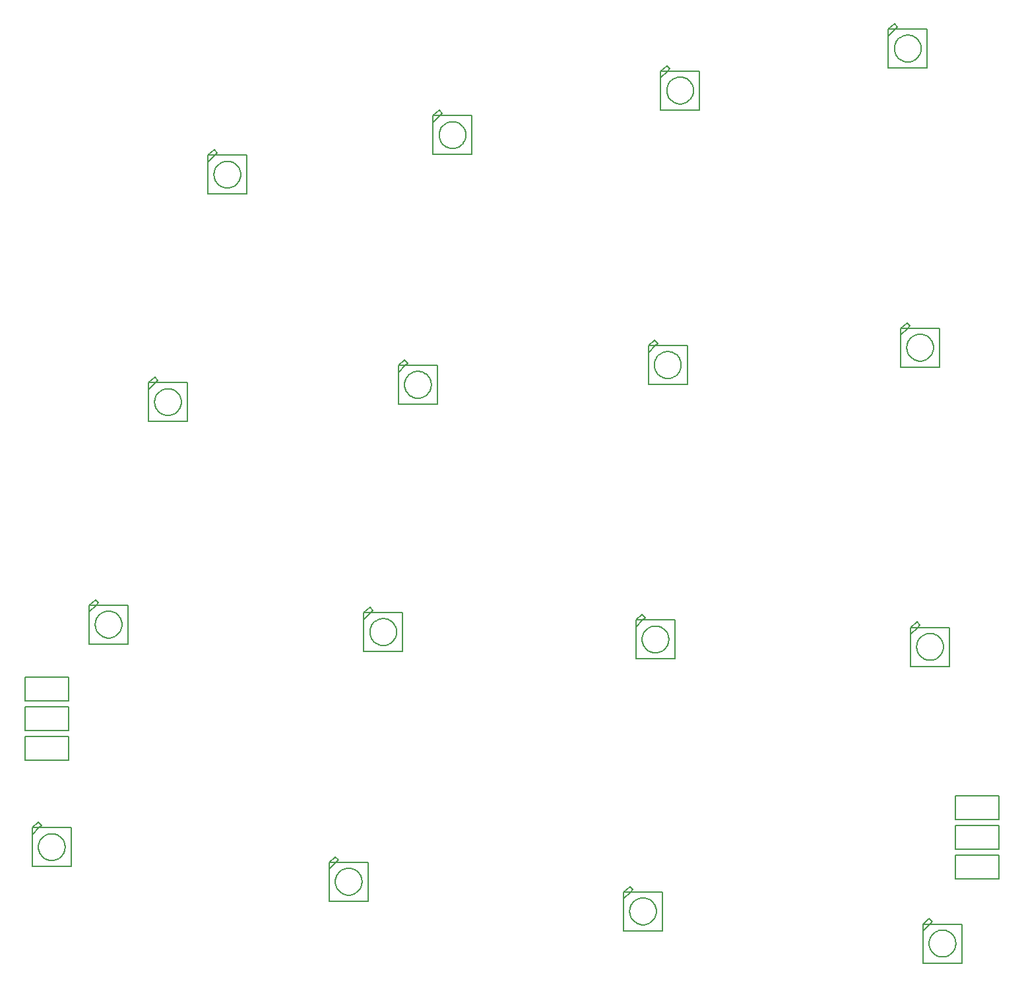
<source format=gto>
G75*
G70*
%OFA0B0*%
%FSLAX24Y24*%
%IPPOS*%
%LPD*%
%AMOC8*
5,1,8,0,0,1.08239X$1,22.5*
%
%ADD10C,0.0050*%
%ADD11C,0.0060*%
D10*
X021026Y019776D02*
X021026Y021390D01*
X021380Y021744D01*
X021498Y021862D01*
X021341Y022020D01*
X021026Y021744D01*
X021380Y021744D01*
X022994Y021744D01*
X022994Y019776D01*
X021026Y019776D01*
X021333Y020760D02*
X021335Y020812D01*
X021341Y020863D01*
X021351Y020914D01*
X021365Y020964D01*
X021382Y021013D01*
X021403Y021060D01*
X021428Y021106D01*
X021456Y021149D01*
X021488Y021191D01*
X021522Y021229D01*
X021560Y021265D01*
X021600Y021298D01*
X021642Y021328D01*
X021687Y021355D01*
X021733Y021378D01*
X021781Y021397D01*
X021831Y021413D01*
X021881Y021425D01*
X021932Y021433D01*
X021984Y021437D01*
X022036Y021437D01*
X022088Y021433D01*
X022139Y021425D01*
X022189Y021413D01*
X022239Y021397D01*
X022287Y021378D01*
X022333Y021355D01*
X022378Y021328D01*
X022420Y021298D01*
X022460Y021265D01*
X022498Y021229D01*
X022532Y021191D01*
X022564Y021149D01*
X022592Y021106D01*
X022617Y021060D01*
X022638Y021013D01*
X022655Y020964D01*
X022669Y020914D01*
X022679Y020863D01*
X022685Y020812D01*
X022687Y020760D01*
X022685Y020708D01*
X022679Y020657D01*
X022669Y020606D01*
X022655Y020556D01*
X022638Y020507D01*
X022617Y020460D01*
X022592Y020414D01*
X022564Y020371D01*
X022532Y020329D01*
X022498Y020291D01*
X022460Y020255D01*
X022420Y020222D01*
X022378Y020192D01*
X022333Y020165D01*
X022287Y020142D01*
X022239Y020123D01*
X022189Y020107D01*
X022139Y020095D01*
X022088Y020087D01*
X022036Y020083D01*
X021984Y020083D01*
X021932Y020087D01*
X021881Y020095D01*
X021831Y020107D01*
X021781Y020123D01*
X021733Y020142D01*
X021687Y020165D01*
X021642Y020192D01*
X021600Y020222D01*
X021560Y020255D01*
X021522Y020291D01*
X021488Y020329D01*
X021456Y020371D01*
X021428Y020414D01*
X021403Y020460D01*
X021382Y020507D01*
X021365Y020556D01*
X021351Y020606D01*
X021341Y020657D01*
X021335Y020708D01*
X021333Y020760D01*
X021026Y021390D02*
X021026Y021744D01*
X023901Y031026D02*
X023901Y032640D01*
X024255Y032994D01*
X024373Y033112D01*
X024216Y033270D01*
X023901Y032994D01*
X024255Y032994D01*
X025869Y032994D01*
X025869Y031026D01*
X023901Y031026D01*
X024208Y032010D02*
X024210Y032062D01*
X024216Y032113D01*
X024226Y032164D01*
X024240Y032214D01*
X024257Y032263D01*
X024278Y032310D01*
X024303Y032356D01*
X024331Y032399D01*
X024363Y032441D01*
X024397Y032479D01*
X024435Y032515D01*
X024475Y032548D01*
X024517Y032578D01*
X024562Y032605D01*
X024608Y032628D01*
X024656Y032647D01*
X024706Y032663D01*
X024756Y032675D01*
X024807Y032683D01*
X024859Y032687D01*
X024911Y032687D01*
X024963Y032683D01*
X025014Y032675D01*
X025064Y032663D01*
X025114Y032647D01*
X025162Y032628D01*
X025208Y032605D01*
X025253Y032578D01*
X025295Y032548D01*
X025335Y032515D01*
X025373Y032479D01*
X025407Y032441D01*
X025439Y032399D01*
X025467Y032356D01*
X025492Y032310D01*
X025513Y032263D01*
X025530Y032214D01*
X025544Y032164D01*
X025554Y032113D01*
X025560Y032062D01*
X025562Y032010D01*
X025560Y031958D01*
X025554Y031907D01*
X025544Y031856D01*
X025530Y031806D01*
X025513Y031757D01*
X025492Y031710D01*
X025467Y031664D01*
X025439Y031621D01*
X025407Y031579D01*
X025373Y031541D01*
X025335Y031505D01*
X025295Y031472D01*
X025253Y031442D01*
X025208Y031415D01*
X025162Y031392D01*
X025114Y031373D01*
X025064Y031357D01*
X025014Y031345D01*
X024963Y031337D01*
X024911Y031333D01*
X024859Y031333D01*
X024807Y031337D01*
X024756Y031345D01*
X024706Y031357D01*
X024656Y031373D01*
X024608Y031392D01*
X024562Y031415D01*
X024517Y031442D01*
X024475Y031472D01*
X024435Y031505D01*
X024397Y031541D01*
X024363Y031579D01*
X024331Y031621D01*
X024303Y031664D01*
X024278Y031710D01*
X024257Y031757D01*
X024240Y031806D01*
X024226Y031856D01*
X024216Y031907D01*
X024210Y031958D01*
X024208Y032010D01*
X023901Y032640D02*
X023901Y032994D01*
X026901Y042276D02*
X026901Y043890D01*
X027255Y044244D01*
X027373Y044362D01*
X027216Y044520D01*
X026901Y044244D01*
X027255Y044244D01*
X028869Y044244D01*
X028869Y042276D01*
X026901Y042276D01*
X027208Y043260D02*
X027210Y043312D01*
X027216Y043363D01*
X027226Y043414D01*
X027240Y043464D01*
X027257Y043513D01*
X027278Y043560D01*
X027303Y043606D01*
X027331Y043649D01*
X027363Y043691D01*
X027397Y043729D01*
X027435Y043765D01*
X027475Y043798D01*
X027517Y043828D01*
X027562Y043855D01*
X027608Y043878D01*
X027656Y043897D01*
X027706Y043913D01*
X027756Y043925D01*
X027807Y043933D01*
X027859Y043937D01*
X027911Y043937D01*
X027963Y043933D01*
X028014Y043925D01*
X028064Y043913D01*
X028114Y043897D01*
X028162Y043878D01*
X028208Y043855D01*
X028253Y043828D01*
X028295Y043798D01*
X028335Y043765D01*
X028373Y043729D01*
X028407Y043691D01*
X028439Y043649D01*
X028467Y043606D01*
X028492Y043560D01*
X028513Y043513D01*
X028530Y043464D01*
X028544Y043414D01*
X028554Y043363D01*
X028560Y043312D01*
X028562Y043260D01*
X028560Y043208D01*
X028554Y043157D01*
X028544Y043106D01*
X028530Y043056D01*
X028513Y043007D01*
X028492Y042960D01*
X028467Y042914D01*
X028439Y042871D01*
X028407Y042829D01*
X028373Y042791D01*
X028335Y042755D01*
X028295Y042722D01*
X028253Y042692D01*
X028208Y042665D01*
X028162Y042642D01*
X028114Y042623D01*
X028064Y042607D01*
X028014Y042595D01*
X027963Y042587D01*
X027911Y042583D01*
X027859Y042583D01*
X027807Y042587D01*
X027756Y042595D01*
X027706Y042607D01*
X027656Y042623D01*
X027608Y042642D01*
X027562Y042665D01*
X027517Y042692D01*
X027475Y042722D01*
X027435Y042755D01*
X027397Y042791D01*
X027363Y042829D01*
X027331Y042871D01*
X027303Y042914D01*
X027278Y042960D01*
X027257Y043007D01*
X027240Y043056D01*
X027226Y043106D01*
X027216Y043157D01*
X027210Y043208D01*
X027208Y043260D01*
X026901Y043890D02*
X026901Y044244D01*
X029901Y053776D02*
X029901Y055390D01*
X030255Y055744D01*
X030373Y055862D01*
X030216Y056020D01*
X029901Y055744D01*
X030255Y055744D01*
X031869Y055744D01*
X031869Y053776D01*
X029901Y053776D01*
X030208Y054760D02*
X030210Y054812D01*
X030216Y054863D01*
X030226Y054914D01*
X030240Y054964D01*
X030257Y055013D01*
X030278Y055060D01*
X030303Y055106D01*
X030331Y055149D01*
X030363Y055191D01*
X030397Y055229D01*
X030435Y055265D01*
X030475Y055298D01*
X030517Y055328D01*
X030562Y055355D01*
X030608Y055378D01*
X030656Y055397D01*
X030706Y055413D01*
X030756Y055425D01*
X030807Y055433D01*
X030859Y055437D01*
X030911Y055437D01*
X030963Y055433D01*
X031014Y055425D01*
X031064Y055413D01*
X031114Y055397D01*
X031162Y055378D01*
X031208Y055355D01*
X031253Y055328D01*
X031295Y055298D01*
X031335Y055265D01*
X031373Y055229D01*
X031407Y055191D01*
X031439Y055149D01*
X031467Y055106D01*
X031492Y055060D01*
X031513Y055013D01*
X031530Y054964D01*
X031544Y054914D01*
X031554Y054863D01*
X031560Y054812D01*
X031562Y054760D01*
X031560Y054708D01*
X031554Y054657D01*
X031544Y054606D01*
X031530Y054556D01*
X031513Y054507D01*
X031492Y054460D01*
X031467Y054414D01*
X031439Y054371D01*
X031407Y054329D01*
X031373Y054291D01*
X031335Y054255D01*
X031295Y054222D01*
X031253Y054192D01*
X031208Y054165D01*
X031162Y054142D01*
X031114Y054123D01*
X031064Y054107D01*
X031014Y054095D01*
X030963Y054087D01*
X030911Y054083D01*
X030859Y054083D01*
X030807Y054087D01*
X030756Y054095D01*
X030706Y054107D01*
X030656Y054123D01*
X030608Y054142D01*
X030562Y054165D01*
X030517Y054192D01*
X030475Y054222D01*
X030435Y054255D01*
X030397Y054291D01*
X030363Y054329D01*
X030331Y054371D01*
X030303Y054414D01*
X030278Y054460D01*
X030257Y054507D01*
X030240Y054556D01*
X030226Y054606D01*
X030216Y054657D01*
X030210Y054708D01*
X030208Y054760D01*
X029901Y055390D02*
X029901Y055744D01*
X041276Y055776D02*
X041276Y057390D01*
X041630Y057744D01*
X041748Y057862D01*
X041591Y058020D01*
X041276Y057744D01*
X041630Y057744D01*
X043244Y057744D01*
X043244Y055776D01*
X041276Y055776D01*
X041583Y056760D02*
X041585Y056812D01*
X041591Y056863D01*
X041601Y056914D01*
X041615Y056964D01*
X041632Y057013D01*
X041653Y057060D01*
X041678Y057106D01*
X041706Y057149D01*
X041738Y057191D01*
X041772Y057229D01*
X041810Y057265D01*
X041850Y057298D01*
X041892Y057328D01*
X041937Y057355D01*
X041983Y057378D01*
X042031Y057397D01*
X042081Y057413D01*
X042131Y057425D01*
X042182Y057433D01*
X042234Y057437D01*
X042286Y057437D01*
X042338Y057433D01*
X042389Y057425D01*
X042439Y057413D01*
X042489Y057397D01*
X042537Y057378D01*
X042583Y057355D01*
X042628Y057328D01*
X042670Y057298D01*
X042710Y057265D01*
X042748Y057229D01*
X042782Y057191D01*
X042814Y057149D01*
X042842Y057106D01*
X042867Y057060D01*
X042888Y057013D01*
X042905Y056964D01*
X042919Y056914D01*
X042929Y056863D01*
X042935Y056812D01*
X042937Y056760D01*
X042935Y056708D01*
X042929Y056657D01*
X042919Y056606D01*
X042905Y056556D01*
X042888Y056507D01*
X042867Y056460D01*
X042842Y056414D01*
X042814Y056371D01*
X042782Y056329D01*
X042748Y056291D01*
X042710Y056255D01*
X042670Y056222D01*
X042628Y056192D01*
X042583Y056165D01*
X042537Y056142D01*
X042489Y056123D01*
X042439Y056107D01*
X042389Y056095D01*
X042338Y056087D01*
X042286Y056083D01*
X042234Y056083D01*
X042182Y056087D01*
X042131Y056095D01*
X042081Y056107D01*
X042031Y056123D01*
X041983Y056142D01*
X041937Y056165D01*
X041892Y056192D01*
X041850Y056222D01*
X041810Y056255D01*
X041772Y056291D01*
X041738Y056329D01*
X041706Y056371D01*
X041678Y056414D01*
X041653Y056460D01*
X041632Y056507D01*
X041615Y056556D01*
X041601Y056606D01*
X041591Y056657D01*
X041585Y056708D01*
X041583Y056760D01*
X041276Y057390D02*
X041276Y057744D01*
X052776Y058026D02*
X052776Y059640D01*
X053130Y059994D01*
X053248Y060112D01*
X053091Y060270D01*
X052776Y059994D01*
X053130Y059994D01*
X054744Y059994D01*
X054744Y058026D01*
X052776Y058026D01*
X053083Y059010D02*
X053085Y059062D01*
X053091Y059113D01*
X053101Y059164D01*
X053115Y059214D01*
X053132Y059263D01*
X053153Y059310D01*
X053178Y059356D01*
X053206Y059399D01*
X053238Y059441D01*
X053272Y059479D01*
X053310Y059515D01*
X053350Y059548D01*
X053392Y059578D01*
X053437Y059605D01*
X053483Y059628D01*
X053531Y059647D01*
X053581Y059663D01*
X053631Y059675D01*
X053682Y059683D01*
X053734Y059687D01*
X053786Y059687D01*
X053838Y059683D01*
X053889Y059675D01*
X053939Y059663D01*
X053989Y059647D01*
X054037Y059628D01*
X054083Y059605D01*
X054128Y059578D01*
X054170Y059548D01*
X054210Y059515D01*
X054248Y059479D01*
X054282Y059441D01*
X054314Y059399D01*
X054342Y059356D01*
X054367Y059310D01*
X054388Y059263D01*
X054405Y059214D01*
X054419Y059164D01*
X054429Y059113D01*
X054435Y059062D01*
X054437Y059010D01*
X054435Y058958D01*
X054429Y058907D01*
X054419Y058856D01*
X054405Y058806D01*
X054388Y058757D01*
X054367Y058710D01*
X054342Y058664D01*
X054314Y058621D01*
X054282Y058579D01*
X054248Y058541D01*
X054210Y058505D01*
X054170Y058472D01*
X054128Y058442D01*
X054083Y058415D01*
X054037Y058392D01*
X053989Y058373D01*
X053939Y058357D01*
X053889Y058345D01*
X053838Y058337D01*
X053786Y058333D01*
X053734Y058333D01*
X053682Y058337D01*
X053631Y058345D01*
X053581Y058357D01*
X053531Y058373D01*
X053483Y058392D01*
X053437Y058415D01*
X053392Y058442D01*
X053350Y058472D01*
X053310Y058505D01*
X053272Y058541D01*
X053238Y058579D01*
X053206Y058621D01*
X053178Y058664D01*
X053153Y058710D01*
X053132Y058757D01*
X053115Y058806D01*
X053101Y058856D01*
X053091Y058907D01*
X053085Y058958D01*
X053083Y059010D01*
X052776Y059640D02*
X052776Y059994D01*
X064276Y060151D02*
X064276Y061765D01*
X064630Y062119D01*
X064748Y062237D01*
X064591Y062395D01*
X064276Y062119D01*
X064630Y062119D01*
X066244Y062119D01*
X066244Y060151D01*
X064276Y060151D01*
X064583Y061135D02*
X064585Y061187D01*
X064591Y061238D01*
X064601Y061289D01*
X064615Y061339D01*
X064632Y061388D01*
X064653Y061435D01*
X064678Y061481D01*
X064706Y061524D01*
X064738Y061566D01*
X064772Y061604D01*
X064810Y061640D01*
X064850Y061673D01*
X064892Y061703D01*
X064937Y061730D01*
X064983Y061753D01*
X065031Y061772D01*
X065081Y061788D01*
X065131Y061800D01*
X065182Y061808D01*
X065234Y061812D01*
X065286Y061812D01*
X065338Y061808D01*
X065389Y061800D01*
X065439Y061788D01*
X065489Y061772D01*
X065537Y061753D01*
X065583Y061730D01*
X065628Y061703D01*
X065670Y061673D01*
X065710Y061640D01*
X065748Y061604D01*
X065782Y061566D01*
X065814Y061524D01*
X065842Y061481D01*
X065867Y061435D01*
X065888Y061388D01*
X065905Y061339D01*
X065919Y061289D01*
X065929Y061238D01*
X065935Y061187D01*
X065937Y061135D01*
X065935Y061083D01*
X065929Y061032D01*
X065919Y060981D01*
X065905Y060931D01*
X065888Y060882D01*
X065867Y060835D01*
X065842Y060789D01*
X065814Y060746D01*
X065782Y060704D01*
X065748Y060666D01*
X065710Y060630D01*
X065670Y060597D01*
X065628Y060567D01*
X065583Y060540D01*
X065537Y060517D01*
X065489Y060498D01*
X065439Y060482D01*
X065389Y060470D01*
X065338Y060462D01*
X065286Y060458D01*
X065234Y060458D01*
X065182Y060462D01*
X065131Y060470D01*
X065081Y060482D01*
X065031Y060498D01*
X064983Y060517D01*
X064937Y060540D01*
X064892Y060567D01*
X064850Y060597D01*
X064810Y060630D01*
X064772Y060666D01*
X064738Y060704D01*
X064706Y060746D01*
X064678Y060789D01*
X064653Y060835D01*
X064632Y060882D01*
X064615Y060931D01*
X064601Y060981D01*
X064591Y061032D01*
X064585Y061083D01*
X064583Y061135D01*
X064276Y061765D02*
X064276Y062119D01*
X065216Y047270D02*
X064901Y046994D01*
X065255Y046994D01*
X065373Y047112D01*
X065216Y047270D01*
X065255Y046994D02*
X064901Y046640D01*
X064901Y046994D01*
X065255Y046994D02*
X066869Y046994D01*
X066869Y045026D01*
X064901Y045026D01*
X064901Y046640D01*
X065208Y046010D02*
X065210Y046062D01*
X065216Y046113D01*
X065226Y046164D01*
X065240Y046214D01*
X065257Y046263D01*
X065278Y046310D01*
X065303Y046356D01*
X065331Y046399D01*
X065363Y046441D01*
X065397Y046479D01*
X065435Y046515D01*
X065475Y046548D01*
X065517Y046578D01*
X065562Y046605D01*
X065608Y046628D01*
X065656Y046647D01*
X065706Y046663D01*
X065756Y046675D01*
X065807Y046683D01*
X065859Y046687D01*
X065911Y046687D01*
X065963Y046683D01*
X066014Y046675D01*
X066064Y046663D01*
X066114Y046647D01*
X066162Y046628D01*
X066208Y046605D01*
X066253Y046578D01*
X066295Y046548D01*
X066335Y046515D01*
X066373Y046479D01*
X066407Y046441D01*
X066439Y046399D01*
X066467Y046356D01*
X066492Y046310D01*
X066513Y046263D01*
X066530Y046214D01*
X066544Y046164D01*
X066554Y046113D01*
X066560Y046062D01*
X066562Y046010D01*
X066560Y045958D01*
X066554Y045907D01*
X066544Y045856D01*
X066530Y045806D01*
X066513Y045757D01*
X066492Y045710D01*
X066467Y045664D01*
X066439Y045621D01*
X066407Y045579D01*
X066373Y045541D01*
X066335Y045505D01*
X066295Y045472D01*
X066253Y045442D01*
X066208Y045415D01*
X066162Y045392D01*
X066114Y045373D01*
X066064Y045357D01*
X066014Y045345D01*
X065963Y045337D01*
X065911Y045333D01*
X065859Y045333D01*
X065807Y045337D01*
X065756Y045345D01*
X065706Y045357D01*
X065656Y045373D01*
X065608Y045392D01*
X065562Y045415D01*
X065517Y045442D01*
X065475Y045472D01*
X065435Y045505D01*
X065397Y045541D01*
X065363Y045579D01*
X065331Y045621D01*
X065303Y045664D01*
X065278Y045710D01*
X065257Y045757D01*
X065240Y045806D01*
X065226Y045856D01*
X065216Y045907D01*
X065210Y045958D01*
X065208Y046010D01*
X054119Y046119D02*
X054119Y044151D01*
X052151Y044151D01*
X052151Y045765D01*
X052505Y046119D01*
X052623Y046237D01*
X052466Y046395D01*
X052151Y046119D01*
X052505Y046119D01*
X054119Y046119D01*
X052458Y045135D02*
X052460Y045187D01*
X052466Y045238D01*
X052476Y045289D01*
X052490Y045339D01*
X052507Y045388D01*
X052528Y045435D01*
X052553Y045481D01*
X052581Y045524D01*
X052613Y045566D01*
X052647Y045604D01*
X052685Y045640D01*
X052725Y045673D01*
X052767Y045703D01*
X052812Y045730D01*
X052858Y045753D01*
X052906Y045772D01*
X052956Y045788D01*
X053006Y045800D01*
X053057Y045808D01*
X053109Y045812D01*
X053161Y045812D01*
X053213Y045808D01*
X053264Y045800D01*
X053314Y045788D01*
X053364Y045772D01*
X053412Y045753D01*
X053458Y045730D01*
X053503Y045703D01*
X053545Y045673D01*
X053585Y045640D01*
X053623Y045604D01*
X053657Y045566D01*
X053689Y045524D01*
X053717Y045481D01*
X053742Y045435D01*
X053763Y045388D01*
X053780Y045339D01*
X053794Y045289D01*
X053804Y045238D01*
X053810Y045187D01*
X053812Y045135D01*
X053810Y045083D01*
X053804Y045032D01*
X053794Y044981D01*
X053780Y044931D01*
X053763Y044882D01*
X053742Y044835D01*
X053717Y044789D01*
X053689Y044746D01*
X053657Y044704D01*
X053623Y044666D01*
X053585Y044630D01*
X053545Y044597D01*
X053503Y044567D01*
X053458Y044540D01*
X053412Y044517D01*
X053364Y044498D01*
X053314Y044482D01*
X053264Y044470D01*
X053213Y044462D01*
X053161Y044458D01*
X053109Y044458D01*
X053057Y044462D01*
X053006Y044470D01*
X052956Y044482D01*
X052906Y044498D01*
X052858Y044517D01*
X052812Y044540D01*
X052767Y044567D01*
X052725Y044597D01*
X052685Y044630D01*
X052647Y044666D01*
X052613Y044704D01*
X052581Y044746D01*
X052553Y044789D01*
X052528Y044835D01*
X052507Y044882D01*
X052490Y044931D01*
X052476Y044981D01*
X052466Y045032D01*
X052460Y045083D01*
X052458Y045135D01*
X052151Y045765D02*
X052151Y046119D01*
X041494Y045119D02*
X041494Y043151D01*
X039526Y043151D01*
X039526Y044765D01*
X039880Y045119D01*
X039998Y045237D01*
X039841Y045395D01*
X039526Y045119D01*
X039880Y045119D01*
X041494Y045119D01*
X039833Y044135D02*
X039835Y044187D01*
X039841Y044238D01*
X039851Y044289D01*
X039865Y044339D01*
X039882Y044388D01*
X039903Y044435D01*
X039928Y044481D01*
X039956Y044524D01*
X039988Y044566D01*
X040022Y044604D01*
X040060Y044640D01*
X040100Y044673D01*
X040142Y044703D01*
X040187Y044730D01*
X040233Y044753D01*
X040281Y044772D01*
X040331Y044788D01*
X040381Y044800D01*
X040432Y044808D01*
X040484Y044812D01*
X040536Y044812D01*
X040588Y044808D01*
X040639Y044800D01*
X040689Y044788D01*
X040739Y044772D01*
X040787Y044753D01*
X040833Y044730D01*
X040878Y044703D01*
X040920Y044673D01*
X040960Y044640D01*
X040998Y044604D01*
X041032Y044566D01*
X041064Y044524D01*
X041092Y044481D01*
X041117Y044435D01*
X041138Y044388D01*
X041155Y044339D01*
X041169Y044289D01*
X041179Y044238D01*
X041185Y044187D01*
X041187Y044135D01*
X041185Y044083D01*
X041179Y044032D01*
X041169Y043981D01*
X041155Y043931D01*
X041138Y043882D01*
X041117Y043835D01*
X041092Y043789D01*
X041064Y043746D01*
X041032Y043704D01*
X040998Y043666D01*
X040960Y043630D01*
X040920Y043597D01*
X040878Y043567D01*
X040833Y043540D01*
X040787Y043517D01*
X040739Y043498D01*
X040689Y043482D01*
X040639Y043470D01*
X040588Y043462D01*
X040536Y043458D01*
X040484Y043458D01*
X040432Y043462D01*
X040381Y043470D01*
X040331Y043482D01*
X040281Y043498D01*
X040233Y043517D01*
X040187Y043540D01*
X040142Y043567D01*
X040100Y043597D01*
X040060Y043630D01*
X040022Y043666D01*
X039988Y043704D01*
X039956Y043746D01*
X039928Y043789D01*
X039903Y043835D01*
X039882Y043882D01*
X039865Y043931D01*
X039851Y043981D01*
X039841Y044032D01*
X039835Y044083D01*
X039833Y044135D01*
X039526Y044765D02*
X039526Y045119D01*
X038091Y032895D02*
X037776Y032619D01*
X038130Y032619D01*
X038248Y032737D01*
X038091Y032895D01*
X038130Y032619D02*
X037776Y032265D01*
X037776Y032619D01*
X037776Y032265D02*
X037776Y030651D01*
X039744Y030651D01*
X039744Y032619D01*
X038130Y032619D01*
X038083Y031635D02*
X038085Y031687D01*
X038091Y031738D01*
X038101Y031789D01*
X038115Y031839D01*
X038132Y031888D01*
X038153Y031935D01*
X038178Y031981D01*
X038206Y032024D01*
X038238Y032066D01*
X038272Y032104D01*
X038310Y032140D01*
X038350Y032173D01*
X038392Y032203D01*
X038437Y032230D01*
X038483Y032253D01*
X038531Y032272D01*
X038581Y032288D01*
X038631Y032300D01*
X038682Y032308D01*
X038734Y032312D01*
X038786Y032312D01*
X038838Y032308D01*
X038889Y032300D01*
X038939Y032288D01*
X038989Y032272D01*
X039037Y032253D01*
X039083Y032230D01*
X039128Y032203D01*
X039170Y032173D01*
X039210Y032140D01*
X039248Y032104D01*
X039282Y032066D01*
X039314Y032024D01*
X039342Y031981D01*
X039367Y031935D01*
X039388Y031888D01*
X039405Y031839D01*
X039419Y031789D01*
X039429Y031738D01*
X039435Y031687D01*
X039437Y031635D01*
X039435Y031583D01*
X039429Y031532D01*
X039419Y031481D01*
X039405Y031431D01*
X039388Y031382D01*
X039367Y031335D01*
X039342Y031289D01*
X039314Y031246D01*
X039282Y031204D01*
X039248Y031166D01*
X039210Y031130D01*
X039170Y031097D01*
X039128Y031067D01*
X039083Y031040D01*
X039037Y031017D01*
X038989Y030998D01*
X038939Y030982D01*
X038889Y030970D01*
X038838Y030962D01*
X038786Y030958D01*
X038734Y030958D01*
X038682Y030962D01*
X038631Y030970D01*
X038581Y030982D01*
X038531Y030998D01*
X038483Y031017D01*
X038437Y031040D01*
X038392Y031067D01*
X038350Y031097D01*
X038310Y031130D01*
X038272Y031166D01*
X038238Y031204D01*
X038206Y031246D01*
X038178Y031289D01*
X038153Y031335D01*
X038132Y031382D01*
X038115Y031431D01*
X038101Y031481D01*
X038091Y031532D01*
X038085Y031583D01*
X038083Y031635D01*
X036341Y020270D02*
X036026Y019994D01*
X036380Y019994D01*
X036498Y020112D01*
X036341Y020270D01*
X036380Y019994D02*
X036026Y019640D01*
X036026Y019994D01*
X036026Y019640D02*
X036026Y018026D01*
X037994Y018026D01*
X037994Y019994D01*
X036380Y019994D01*
X036333Y019010D02*
X036335Y019062D01*
X036341Y019113D01*
X036351Y019164D01*
X036365Y019214D01*
X036382Y019263D01*
X036403Y019310D01*
X036428Y019356D01*
X036456Y019399D01*
X036488Y019441D01*
X036522Y019479D01*
X036560Y019515D01*
X036600Y019548D01*
X036642Y019578D01*
X036687Y019605D01*
X036733Y019628D01*
X036781Y019647D01*
X036831Y019663D01*
X036881Y019675D01*
X036932Y019683D01*
X036984Y019687D01*
X037036Y019687D01*
X037088Y019683D01*
X037139Y019675D01*
X037189Y019663D01*
X037239Y019647D01*
X037287Y019628D01*
X037333Y019605D01*
X037378Y019578D01*
X037420Y019548D01*
X037460Y019515D01*
X037498Y019479D01*
X037532Y019441D01*
X037564Y019399D01*
X037592Y019356D01*
X037617Y019310D01*
X037638Y019263D01*
X037655Y019214D01*
X037669Y019164D01*
X037679Y019113D01*
X037685Y019062D01*
X037687Y019010D01*
X037685Y018958D01*
X037679Y018907D01*
X037669Y018856D01*
X037655Y018806D01*
X037638Y018757D01*
X037617Y018710D01*
X037592Y018664D01*
X037564Y018621D01*
X037532Y018579D01*
X037498Y018541D01*
X037460Y018505D01*
X037420Y018472D01*
X037378Y018442D01*
X037333Y018415D01*
X037287Y018392D01*
X037239Y018373D01*
X037189Y018357D01*
X037139Y018345D01*
X037088Y018337D01*
X037036Y018333D01*
X036984Y018333D01*
X036932Y018337D01*
X036881Y018345D01*
X036831Y018357D01*
X036781Y018373D01*
X036733Y018392D01*
X036687Y018415D01*
X036642Y018442D01*
X036600Y018472D01*
X036560Y018505D01*
X036522Y018541D01*
X036488Y018579D01*
X036456Y018621D01*
X036428Y018664D01*
X036403Y018710D01*
X036382Y018757D01*
X036365Y018806D01*
X036351Y018856D01*
X036341Y018907D01*
X036335Y018958D01*
X036333Y019010D01*
X050901Y018494D02*
X050901Y018140D01*
X051255Y018494D01*
X051373Y018612D01*
X051216Y018770D01*
X050901Y018494D01*
X051255Y018494D01*
X052869Y018494D01*
X052869Y016526D01*
X050901Y016526D01*
X050901Y018140D01*
X051208Y017510D02*
X051210Y017562D01*
X051216Y017613D01*
X051226Y017664D01*
X051240Y017714D01*
X051257Y017763D01*
X051278Y017810D01*
X051303Y017856D01*
X051331Y017899D01*
X051363Y017941D01*
X051397Y017979D01*
X051435Y018015D01*
X051475Y018048D01*
X051517Y018078D01*
X051562Y018105D01*
X051608Y018128D01*
X051656Y018147D01*
X051706Y018163D01*
X051756Y018175D01*
X051807Y018183D01*
X051859Y018187D01*
X051911Y018187D01*
X051963Y018183D01*
X052014Y018175D01*
X052064Y018163D01*
X052114Y018147D01*
X052162Y018128D01*
X052208Y018105D01*
X052253Y018078D01*
X052295Y018048D01*
X052335Y018015D01*
X052373Y017979D01*
X052407Y017941D01*
X052439Y017899D01*
X052467Y017856D01*
X052492Y017810D01*
X052513Y017763D01*
X052530Y017714D01*
X052544Y017664D01*
X052554Y017613D01*
X052560Y017562D01*
X052562Y017510D01*
X052560Y017458D01*
X052554Y017407D01*
X052544Y017356D01*
X052530Y017306D01*
X052513Y017257D01*
X052492Y017210D01*
X052467Y017164D01*
X052439Y017121D01*
X052407Y017079D01*
X052373Y017041D01*
X052335Y017005D01*
X052295Y016972D01*
X052253Y016942D01*
X052208Y016915D01*
X052162Y016892D01*
X052114Y016873D01*
X052064Y016857D01*
X052014Y016845D01*
X051963Y016837D01*
X051911Y016833D01*
X051859Y016833D01*
X051807Y016837D01*
X051756Y016845D01*
X051706Y016857D01*
X051656Y016873D01*
X051608Y016892D01*
X051562Y016915D01*
X051517Y016942D01*
X051475Y016972D01*
X051435Y017005D01*
X051397Y017041D01*
X051363Y017079D01*
X051331Y017121D01*
X051303Y017164D01*
X051278Y017210D01*
X051257Y017257D01*
X051240Y017306D01*
X051226Y017356D01*
X051216Y017407D01*
X051210Y017458D01*
X051208Y017510D01*
X065401Y029901D02*
X065401Y031515D01*
X065755Y031869D01*
X065873Y031987D01*
X065716Y032145D01*
X065401Y031869D01*
X065755Y031869D01*
X067369Y031869D01*
X067369Y029901D01*
X065401Y029901D01*
X065708Y030885D02*
X065710Y030937D01*
X065716Y030988D01*
X065726Y031039D01*
X065740Y031089D01*
X065757Y031138D01*
X065778Y031185D01*
X065803Y031231D01*
X065831Y031274D01*
X065863Y031316D01*
X065897Y031354D01*
X065935Y031390D01*
X065975Y031423D01*
X066017Y031453D01*
X066062Y031480D01*
X066108Y031503D01*
X066156Y031522D01*
X066206Y031538D01*
X066256Y031550D01*
X066307Y031558D01*
X066359Y031562D01*
X066411Y031562D01*
X066463Y031558D01*
X066514Y031550D01*
X066564Y031538D01*
X066614Y031522D01*
X066662Y031503D01*
X066708Y031480D01*
X066753Y031453D01*
X066795Y031423D01*
X066835Y031390D01*
X066873Y031354D01*
X066907Y031316D01*
X066939Y031274D01*
X066967Y031231D01*
X066992Y031185D01*
X067013Y031138D01*
X067030Y031089D01*
X067044Y031039D01*
X067054Y030988D01*
X067060Y030937D01*
X067062Y030885D01*
X067060Y030833D01*
X067054Y030782D01*
X067044Y030731D01*
X067030Y030681D01*
X067013Y030632D01*
X066992Y030585D01*
X066967Y030539D01*
X066939Y030496D01*
X066907Y030454D01*
X066873Y030416D01*
X066835Y030380D01*
X066795Y030347D01*
X066753Y030317D01*
X066708Y030290D01*
X066662Y030267D01*
X066614Y030248D01*
X066564Y030232D01*
X066514Y030220D01*
X066463Y030212D01*
X066411Y030208D01*
X066359Y030208D01*
X066307Y030212D01*
X066256Y030220D01*
X066206Y030232D01*
X066156Y030248D01*
X066108Y030267D01*
X066062Y030290D01*
X066017Y030317D01*
X065975Y030347D01*
X065935Y030380D01*
X065897Y030416D01*
X065863Y030454D01*
X065831Y030496D01*
X065803Y030539D01*
X065778Y030585D01*
X065757Y030632D01*
X065740Y030681D01*
X065726Y030731D01*
X065716Y030782D01*
X065710Y030833D01*
X065708Y030885D01*
X065401Y031515D02*
X065401Y031869D01*
X053494Y032244D02*
X053494Y030276D01*
X051526Y030276D01*
X051526Y031890D01*
X051880Y032244D01*
X051998Y032362D01*
X051841Y032520D01*
X051526Y032244D01*
X051880Y032244D01*
X053494Y032244D01*
X051833Y031260D02*
X051835Y031312D01*
X051841Y031363D01*
X051851Y031414D01*
X051865Y031464D01*
X051882Y031513D01*
X051903Y031560D01*
X051928Y031606D01*
X051956Y031649D01*
X051988Y031691D01*
X052022Y031729D01*
X052060Y031765D01*
X052100Y031798D01*
X052142Y031828D01*
X052187Y031855D01*
X052233Y031878D01*
X052281Y031897D01*
X052331Y031913D01*
X052381Y031925D01*
X052432Y031933D01*
X052484Y031937D01*
X052536Y031937D01*
X052588Y031933D01*
X052639Y031925D01*
X052689Y031913D01*
X052739Y031897D01*
X052787Y031878D01*
X052833Y031855D01*
X052878Y031828D01*
X052920Y031798D01*
X052960Y031765D01*
X052998Y031729D01*
X053032Y031691D01*
X053064Y031649D01*
X053092Y031606D01*
X053117Y031560D01*
X053138Y031513D01*
X053155Y031464D01*
X053169Y031414D01*
X053179Y031363D01*
X053185Y031312D01*
X053187Y031260D01*
X053185Y031208D01*
X053179Y031157D01*
X053169Y031106D01*
X053155Y031056D01*
X053138Y031007D01*
X053117Y030960D01*
X053092Y030914D01*
X053064Y030871D01*
X053032Y030829D01*
X052998Y030791D01*
X052960Y030755D01*
X052920Y030722D01*
X052878Y030692D01*
X052833Y030665D01*
X052787Y030642D01*
X052739Y030623D01*
X052689Y030607D01*
X052639Y030595D01*
X052588Y030587D01*
X052536Y030583D01*
X052484Y030583D01*
X052432Y030587D01*
X052381Y030595D01*
X052331Y030607D01*
X052281Y030623D01*
X052233Y030642D01*
X052187Y030665D01*
X052142Y030692D01*
X052100Y030722D01*
X052060Y030755D01*
X052022Y030791D01*
X051988Y030829D01*
X051956Y030871D01*
X051928Y030914D01*
X051903Y030960D01*
X051882Y031007D01*
X051865Y031056D01*
X051851Y031106D01*
X051841Y031157D01*
X051835Y031208D01*
X051833Y031260D01*
X051526Y031890D02*
X051526Y032244D01*
X066026Y016869D02*
X066341Y017145D01*
X066498Y016987D01*
X066380Y016869D01*
X066026Y016515D01*
X066026Y016869D01*
X066380Y016869D01*
X067994Y016869D01*
X067994Y014901D01*
X066026Y014901D01*
X066026Y016515D01*
X066333Y015885D02*
X066335Y015937D01*
X066341Y015988D01*
X066351Y016039D01*
X066365Y016089D01*
X066382Y016138D01*
X066403Y016185D01*
X066428Y016231D01*
X066456Y016274D01*
X066488Y016316D01*
X066522Y016354D01*
X066560Y016390D01*
X066600Y016423D01*
X066642Y016453D01*
X066687Y016480D01*
X066733Y016503D01*
X066781Y016522D01*
X066831Y016538D01*
X066881Y016550D01*
X066932Y016558D01*
X066984Y016562D01*
X067036Y016562D01*
X067088Y016558D01*
X067139Y016550D01*
X067189Y016538D01*
X067239Y016522D01*
X067287Y016503D01*
X067333Y016480D01*
X067378Y016453D01*
X067420Y016423D01*
X067460Y016390D01*
X067498Y016354D01*
X067532Y016316D01*
X067564Y016274D01*
X067592Y016231D01*
X067617Y016185D01*
X067638Y016138D01*
X067655Y016089D01*
X067669Y016039D01*
X067679Y015988D01*
X067685Y015937D01*
X067687Y015885D01*
X067685Y015833D01*
X067679Y015782D01*
X067669Y015731D01*
X067655Y015681D01*
X067638Y015632D01*
X067617Y015585D01*
X067592Y015539D01*
X067564Y015496D01*
X067532Y015454D01*
X067498Y015416D01*
X067460Y015380D01*
X067420Y015347D01*
X067378Y015317D01*
X067333Y015290D01*
X067287Y015267D01*
X067239Y015248D01*
X067189Y015232D01*
X067139Y015220D01*
X067088Y015212D01*
X067036Y015208D01*
X066984Y015208D01*
X066932Y015212D01*
X066881Y015220D01*
X066831Y015232D01*
X066781Y015248D01*
X066733Y015267D01*
X066687Y015290D01*
X066642Y015317D01*
X066600Y015347D01*
X066560Y015380D01*
X066522Y015416D01*
X066488Y015454D01*
X066456Y015496D01*
X066428Y015539D01*
X066403Y015585D01*
X066382Y015632D01*
X066365Y015681D01*
X066351Y015731D01*
X066341Y015782D01*
X066335Y015833D01*
X066333Y015885D01*
D11*
X067660Y019160D02*
X069860Y019160D01*
X069860Y020360D01*
X067660Y020360D01*
X067660Y019160D01*
X067660Y020660D02*
X069860Y020660D01*
X069860Y021860D01*
X067660Y021860D01*
X067660Y020660D01*
X067660Y022160D02*
X069860Y022160D01*
X069860Y023360D01*
X067660Y023360D01*
X067660Y022160D01*
X022860Y025160D02*
X022860Y026360D01*
X020660Y026360D01*
X020660Y025160D01*
X022860Y025160D01*
X022860Y026660D02*
X020660Y026660D01*
X020660Y027860D01*
X022860Y027860D01*
X022860Y026660D01*
X022860Y028160D02*
X020660Y028160D01*
X020660Y029360D01*
X022860Y029360D01*
X022860Y028160D01*
M02*

</source>
